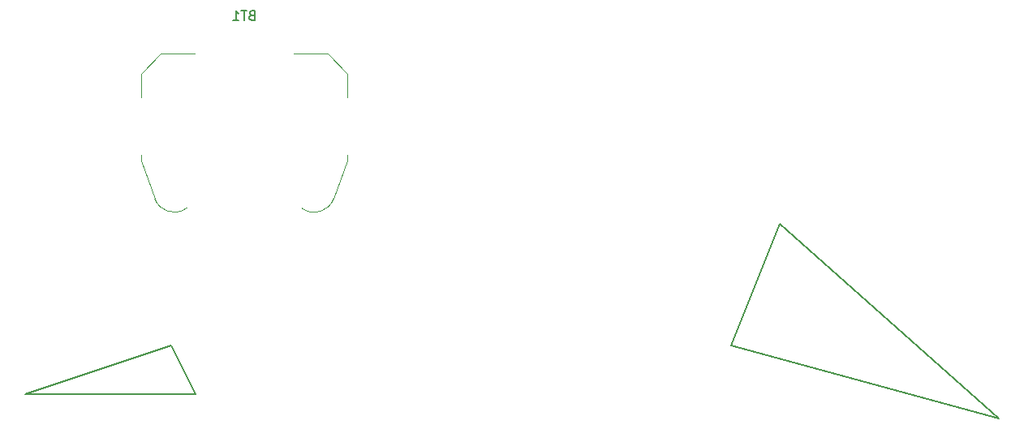
<source format=gbr>
%TF.GenerationSoftware,KiCad,Pcbnew,7.0.5-0*%
%TF.CreationDate,2025-06-01T12:15:49-04:00*%
%TF.ProjectId,Solder,536f6c64-6572-42e6-9b69-6361645f7063,rev?*%
%TF.SameCoordinates,Original*%
%TF.FileFunction,Legend,Bot*%
%TF.FilePolarity,Positive*%
%FSLAX46Y46*%
G04 Gerber Fmt 4.6, Leading zero omitted, Abs format (unit mm)*
G04 Created by KiCad (PCBNEW 7.0.5-0) date 2025-06-01 12:15:49*
%MOMM*%
%LPD*%
G01*
G04 APERTURE LIST*
%ADD10C,0.150000*%
%ADD11C,0.120000*%
G04 APERTURE END LIST*
D10*
X114300000Y-109220000D02*
X99060000Y-114300000D01*
X116840000Y-114300000D02*
X114300000Y-109220000D01*
X99060000Y-114300000D02*
X116840000Y-114300000D01*
X177800000Y-96520000D02*
X200660000Y-116840000D01*
X172720000Y-109220000D02*
X177800000Y-96520000D01*
X200660000Y-116840000D02*
X172720000Y-109220000D01*
%TO.C,BT1*%
X122705714Y-74791009D02*
X122562857Y-74838628D01*
X122562857Y-74838628D02*
X122515238Y-74886247D01*
X122515238Y-74886247D02*
X122467619Y-74981485D01*
X122467619Y-74981485D02*
X122467619Y-75124342D01*
X122467619Y-75124342D02*
X122515238Y-75219580D01*
X122515238Y-75219580D02*
X122562857Y-75267200D01*
X122562857Y-75267200D02*
X122658095Y-75314819D01*
X122658095Y-75314819D02*
X123039047Y-75314819D01*
X123039047Y-75314819D02*
X123039047Y-74314819D01*
X123039047Y-74314819D02*
X122705714Y-74314819D01*
X122705714Y-74314819D02*
X122610476Y-74362438D01*
X122610476Y-74362438D02*
X122562857Y-74410057D01*
X122562857Y-74410057D02*
X122515238Y-74505295D01*
X122515238Y-74505295D02*
X122515238Y-74600533D01*
X122515238Y-74600533D02*
X122562857Y-74695771D01*
X122562857Y-74695771D02*
X122610476Y-74743390D01*
X122610476Y-74743390D02*
X122705714Y-74791009D01*
X122705714Y-74791009D02*
X123039047Y-74791009D01*
X122181904Y-74314819D02*
X121610476Y-74314819D01*
X121896190Y-75314819D02*
X121896190Y-74314819D01*
X120753333Y-75314819D02*
X121324761Y-75314819D01*
X121039047Y-75314819D02*
X121039047Y-74314819D01*
X121039047Y-74314819D02*
X121134285Y-74457676D01*
X121134285Y-74457676D02*
X121229523Y-74552914D01*
X121229523Y-74552914D02*
X121324761Y-74600533D01*
D11*
X127923354Y-94926530D02*
G75*
G03*
X131260000Y-93940000I1306646J1716531D01*
G01*
X112594757Y-93948169D02*
G75*
G03*
X115920000Y-94909999I2015243J738169D01*
G01*
X130620000Y-78820000D02*
X132700000Y-80900000D01*
X132700000Y-89990000D02*
X131260000Y-93940000D01*
X111140000Y-89990000D02*
X112580000Y-93940000D01*
X113220000Y-78820000D02*
X116720000Y-78820000D01*
X132700000Y-89360000D02*
X132700000Y-89990000D01*
X132700000Y-80900000D02*
X132700000Y-83360000D01*
X111140000Y-80900000D02*
X111140000Y-83360000D01*
X113220000Y-78820000D02*
X111140000Y-80900000D01*
X111140000Y-89360000D02*
X111140000Y-89990000D01*
X127120000Y-78820000D02*
X130620000Y-78820000D01*
%TD*%
M02*

</source>
